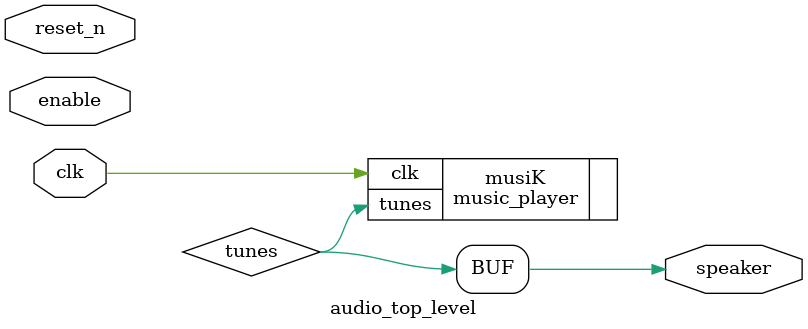
<source format=sv>

module audio_top_level
 (input  logic       	clk,
  input  logic			enable,
  input  logic       	reset_n,
  output logic       	speaker);
  
  logic tunes; 
      	
	assign speaker = tunes;

	
	music_player musiK(.clk(clk), .tunes(tunes));
	
endmodule
</source>
